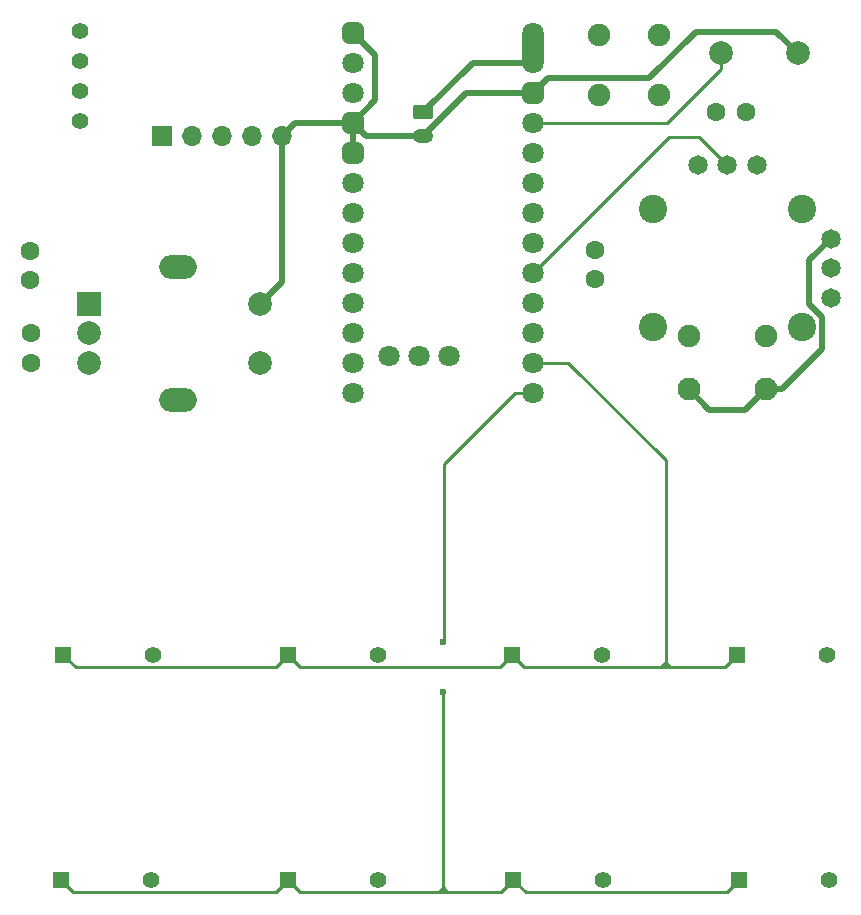
<source format=gbr>
G04 #@! TF.GenerationSoftware,KiCad,Pcbnew,9.0.3*
G04 #@! TF.CreationDate,2025-07-19T22:29:45+09:00*
G04 #@! TF.ProjectId,kleinpad,6b6c6569-6e70-4616-942e-6b696361645f,1.0*
G04 #@! TF.SameCoordinates,Original*
G04 #@! TF.FileFunction,Copper,L1,Top*
G04 #@! TF.FilePolarity,Positive*
%FSLAX46Y46*%
G04 Gerber Fmt 4.6, Leading zero omitted, Abs format (unit mm)*
G04 Created by KiCad (PCBNEW 9.0.3) date 2025-07-19 22:29:45*
%MOMM*%
%LPD*%
G01*
G04 APERTURE LIST*
G04 Aperture macros list*
%AMRoundRect*
0 Rectangle with rounded corners*
0 $1 Rounding radius*
0 $2 $3 $4 $5 $6 $7 $8 $9 X,Y pos of 4 corners*
0 Add a 4 corners polygon primitive as box body*
4,1,4,$2,$3,$4,$5,$6,$7,$8,$9,$2,$3,0*
0 Add four circle primitives for the rounded corners*
1,1,$1+$1,$2,$3*
1,1,$1+$1,$4,$5*
1,1,$1+$1,$6,$7*
1,1,$1+$1,$8,$9*
0 Add four rect primitives between the rounded corners*
20,1,$1+$1,$2,$3,$4,$5,0*
20,1,$1+$1,$4,$5,$6,$7,0*
20,1,$1+$1,$6,$7,$8,$9,0*
20,1,$1+$1,$8,$9,$2,$3,0*%
G04 Aperture macros list end*
G04 #@! TA.AperFunction,ComponentPad*
%ADD10C,1.800000*%
G04 #@! TD*
G04 #@! TA.AperFunction,ComponentPad*
%ADD11RoundRect,0.450000X-0.450000X-0.450000X0.450000X-0.450000X0.450000X0.450000X-0.450000X0.450000X0*%
G04 #@! TD*
G04 #@! TA.AperFunction,ComponentPad*
%ADD12O,1.800000X4.340000*%
G04 #@! TD*
G04 #@! TA.AperFunction,ComponentPad*
%ADD13C,1.600000*%
G04 #@! TD*
G04 #@! TA.AperFunction,ComponentPad*
%ADD14R,1.397000X1.397000*%
G04 #@! TD*
G04 #@! TA.AperFunction,ComponentPad*
%ADD15C,1.397000*%
G04 #@! TD*
G04 #@! TA.AperFunction,ComponentPad*
%ADD16C,1.905000*%
G04 #@! TD*
G04 #@! TA.AperFunction,ComponentPad*
%ADD17C,1.900000*%
G04 #@! TD*
G04 #@! TA.AperFunction,ComponentPad*
%ADD18C,1.950000*%
G04 #@! TD*
G04 #@! TA.AperFunction,ComponentPad*
%ADD19C,2.400000*%
G04 #@! TD*
G04 #@! TA.AperFunction,ComponentPad*
%ADD20C,1.650000*%
G04 #@! TD*
G04 #@! TA.AperFunction,WasherPad*
%ADD21O,3.200000X2.000000*%
G04 #@! TD*
G04 #@! TA.AperFunction,ComponentPad*
%ADD22R,2.000000X2.000000*%
G04 #@! TD*
G04 #@! TA.AperFunction,ComponentPad*
%ADD23C,2.000000*%
G04 #@! TD*
G04 #@! TA.AperFunction,ComponentPad*
%ADD24R,1.700000X1.700000*%
G04 #@! TD*
G04 #@! TA.AperFunction,ComponentPad*
%ADD25O,1.700000X1.700000*%
G04 #@! TD*
G04 #@! TA.AperFunction,ComponentPad*
%ADD26RoundRect,0.250000X-0.625000X0.350000X-0.625000X-0.350000X0.625000X-0.350000X0.625000X0.350000X0*%
G04 #@! TD*
G04 #@! TA.AperFunction,ComponentPad*
%ADD27O,1.750000X1.200000*%
G04 #@! TD*
G04 #@! TA.AperFunction,ViaPad*
%ADD28C,0.600000*%
G04 #@! TD*
G04 #@! TA.AperFunction,Conductor*
%ADD29C,0.500000*%
G04 #@! TD*
G04 #@! TA.AperFunction,Conductor*
%ADD30C,0.250000*%
G04 #@! TD*
G04 APERTURE END LIST*
D10*
X133105625Y-66305500D03*
X133105625Y-68845500D03*
D11*
X133105625Y-71385500D03*
X133105625Y-73925500D03*
D10*
X133105625Y-76465500D03*
X133105625Y-79005500D03*
X133105625Y-81545500D03*
X133105625Y-84085500D03*
X133105625Y-86625500D03*
X133105625Y-89165500D03*
X133105625Y-91705500D03*
X133105625Y-94245500D03*
D12*
X148345625Y-65035500D03*
D11*
X148345625Y-68845500D03*
D10*
X148345625Y-71385500D03*
X148345625Y-73925500D03*
X148345625Y-76465500D03*
X148345625Y-79005500D03*
X148345625Y-81545500D03*
X148345625Y-84085500D03*
X148345625Y-86625500D03*
X148345625Y-89165500D03*
X148345625Y-91705500D03*
X148345625Y-94245500D03*
X136179025Y-91151780D03*
X138719025Y-91151780D03*
X141259025Y-91151780D03*
D11*
X133105625Y-63765500D03*
D10*
X148345625Y-63765500D03*
D13*
X153625625Y-82125500D03*
X153625625Y-84625500D03*
X105775625Y-84725500D03*
X105775625Y-82225500D03*
D14*
X165612500Y-116475500D03*
D15*
X173232500Y-116475500D03*
D13*
X166375625Y-70475500D03*
X163875625Y-70475500D03*
D16*
X159025625Y-63935500D03*
X159025625Y-69015500D03*
X153945625Y-69015500D03*
X153945625Y-63935500D03*
D17*
X161575625Y-89455500D03*
D18*
X161575625Y-93955500D03*
D17*
X168075625Y-89455500D03*
D18*
X168075625Y-93955500D03*
D19*
X158500625Y-78705500D03*
X171150625Y-78705500D03*
X171150625Y-88705500D03*
X158500625Y-88705500D03*
D20*
X173555625Y-86205500D03*
X173555625Y-83705500D03*
X173555625Y-81205500D03*
X167325625Y-74975500D03*
X164825625Y-74975500D03*
X162325625Y-74975500D03*
D15*
X110025625Y-63665500D03*
X110025625Y-66205500D03*
X110025625Y-68745500D03*
X110025625Y-71285500D03*
D14*
X146715625Y-135475500D03*
D15*
X154335625Y-135475500D03*
D21*
X118275625Y-83625500D03*
X118275625Y-94825500D03*
D22*
X110775625Y-86725500D03*
D23*
X110775625Y-91725500D03*
X110775625Y-89225500D03*
X125275625Y-91725500D03*
X125275625Y-86725500D03*
D14*
X108612500Y-116475500D03*
D15*
X116232500Y-116475500D03*
D14*
X108387500Y-135475500D03*
D15*
X116007500Y-135475500D03*
D14*
X127612500Y-116475500D03*
D15*
X135232500Y-116475500D03*
D23*
X164275625Y-65475500D03*
X170775625Y-65475500D03*
D14*
X146612500Y-116475500D03*
D15*
X154232500Y-116475500D03*
D24*
X116985625Y-72475500D03*
D25*
X119525625Y-72475500D03*
X122065625Y-72475500D03*
X124605625Y-72475500D03*
X127145625Y-72475500D03*
D14*
X165815625Y-135475500D03*
D15*
X173435625Y-135475500D03*
D13*
X105825625Y-91725500D03*
X105825625Y-89225500D03*
D14*
X127612500Y-135475500D03*
D15*
X135232500Y-135475500D03*
D26*
X139075625Y-70475500D03*
D27*
X139075625Y-72475500D03*
D28*
X140725625Y-115375500D03*
X140725625Y-119575500D03*
D29*
X163295625Y-95675500D02*
X166355625Y-95675500D01*
X172825625Y-90584358D02*
X172825625Y-87875500D01*
X142705625Y-68845500D02*
X139075625Y-72475500D01*
X134195625Y-72475500D02*
X133105625Y-71385500D01*
X172825625Y-87875500D02*
X171725625Y-86775500D01*
X166355625Y-95675500D02*
X168075625Y-93955500D01*
X133105625Y-71385500D02*
X133105625Y-73925500D01*
X169454483Y-93955500D02*
X172825625Y-90584358D01*
X158225625Y-67575500D02*
X162125625Y-63675500D01*
X133105625Y-71385500D02*
X128235625Y-71385500D01*
X149615625Y-67575500D02*
X158225625Y-67575500D01*
X133105625Y-71385500D02*
X135025625Y-69465500D01*
X162125625Y-63675500D02*
X168975625Y-63675500D01*
X148345625Y-68845500D02*
X149615625Y-67575500D01*
X168075625Y-93955500D02*
X169454483Y-93955500D01*
X148345625Y-68845500D02*
X142705625Y-68845500D01*
X135025625Y-69465500D02*
X135025625Y-65685500D01*
X168975625Y-63675500D02*
X170775625Y-65475500D01*
X161575625Y-93955500D02*
X163295625Y-95675500D01*
X139075625Y-72475500D02*
X134195625Y-72475500D01*
X171725625Y-83035500D02*
X173555625Y-81205500D01*
X127145625Y-84855500D02*
X125275625Y-86725500D01*
X135025625Y-65685500D02*
X133105625Y-63765500D01*
X128235625Y-71385500D02*
X127145625Y-72475500D01*
X127145625Y-84855500D02*
X127145625Y-72475500D01*
X171725625Y-86775500D02*
X171725625Y-83035500D01*
D30*
X147637000Y-117500000D02*
X146612500Y-116475500D01*
X159625625Y-117075500D02*
X159625625Y-117500000D01*
X145588000Y-117500000D02*
X128637000Y-117500000D01*
X148345625Y-91705500D02*
X151355625Y-91705500D01*
X159625625Y-117100000D02*
X160025625Y-117500000D01*
X159625625Y-99975500D02*
X159625625Y-117075500D01*
X126588000Y-117500000D02*
X109637000Y-117500000D01*
X159225625Y-117475500D02*
X159625625Y-117075500D01*
X127612500Y-116475500D02*
X126588000Y-117500000D01*
X159625625Y-117075500D02*
X159625625Y-117100000D01*
X159625625Y-117500000D02*
X159225625Y-117500000D01*
X165612500Y-116475500D02*
X164588000Y-117500000D01*
X151355625Y-91705500D02*
X159625625Y-99975500D01*
X159225625Y-117500000D02*
X147637000Y-117500000D01*
X164588000Y-117500000D02*
X160025625Y-117500000D01*
X146612500Y-116475500D02*
X145588000Y-117500000D01*
X160025625Y-117500000D02*
X159625625Y-117500000D01*
X159225625Y-117500000D02*
X159225625Y-117475500D01*
X109637000Y-117500000D02*
X108612500Y-116475500D01*
X128637000Y-117500000D02*
X127612500Y-116475500D01*
X164801125Y-136500000D02*
X147740125Y-136500000D01*
X140825625Y-100275500D02*
X140825625Y-115275500D01*
X147740125Y-136500000D02*
X146715625Y-135475500D01*
X140325625Y-136500000D02*
X128637000Y-136500000D01*
X128637000Y-136500000D02*
X127612500Y-135475500D01*
X127612500Y-135475500D02*
X126588000Y-136500000D01*
X140725625Y-119575500D02*
X140725625Y-136175500D01*
X140825625Y-136500000D02*
X140325625Y-136500000D01*
X145691125Y-136500000D02*
X141125625Y-136500000D01*
X165815625Y-135475500D02*
X165815625Y-135485500D01*
X140325625Y-136500000D02*
X140401125Y-136500000D01*
X140401125Y-136500000D02*
X140725625Y-136175500D01*
X146855625Y-94245500D02*
X140825625Y-100275500D01*
X140725625Y-136400000D02*
X140825625Y-136500000D01*
X146715625Y-135475500D02*
X145691125Y-136500000D01*
X140725625Y-136175500D02*
X140725625Y-136400000D01*
X148345625Y-94245500D02*
X146855625Y-94245500D01*
X140725625Y-136175500D02*
X140801125Y-136175500D01*
X126588000Y-136500000D02*
X109412000Y-136500000D01*
X165815625Y-135485500D02*
X164801125Y-136500000D01*
X109412000Y-136500000D02*
X108387500Y-135475500D01*
X140801125Y-136175500D02*
X141125625Y-136500000D01*
X141125625Y-136500000D02*
X140825625Y-136500000D01*
X140825625Y-115275500D02*
X140725625Y-115375500D01*
D29*
X143245625Y-66305500D02*
X139075625Y-70475500D01*
X148345625Y-66305500D02*
X143245625Y-66305500D01*
D30*
X159725625Y-71375500D02*
X164275625Y-66825500D01*
X148355625Y-71375500D02*
X159725625Y-71375500D01*
X164275625Y-66825500D02*
X164275625Y-65475500D01*
X148345625Y-71385500D02*
X148355625Y-71375500D01*
X162425625Y-72575500D02*
X164825625Y-74975500D01*
X164825625Y-74975500D02*
X165025625Y-74975500D01*
X148345625Y-84085500D02*
X159855625Y-72575500D01*
X159855625Y-72575500D02*
X162425625Y-72575500D01*
M02*

</source>
